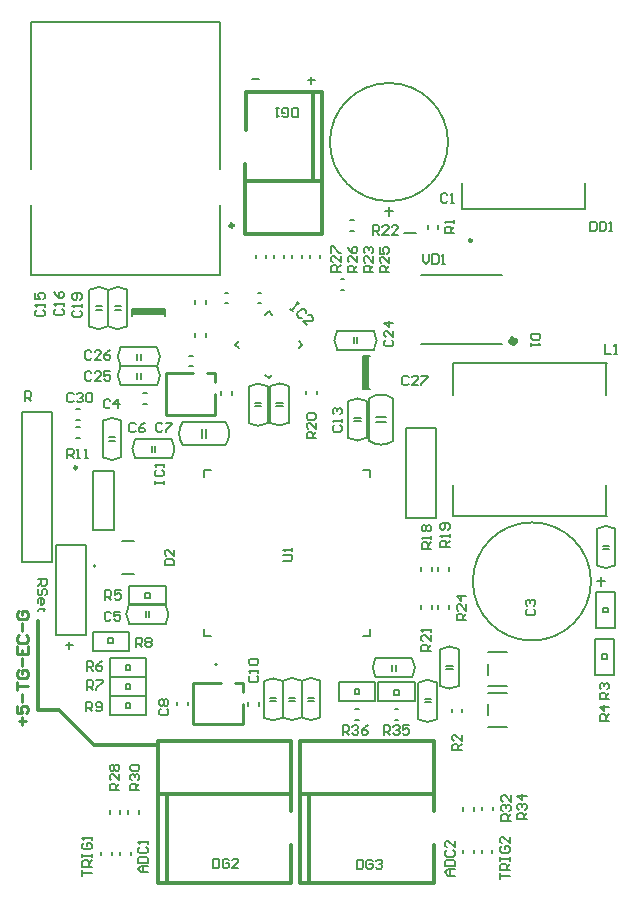
<source format=gto>
G04*
G04 #@! TF.GenerationSoftware,Altium Limited,Altium Designer,20.0.13 (296)*
G04*
G04 Layer_Color=65535*
%FSLAX44Y44*%
%MOMM*%
G71*
G01*
G75*
%ADD10C,0.1500*%
%ADD11C,0.2000*%
%ADD12C,0.2500*%
%ADD13C,0.6096*%
%ADD14C,0.3000*%
%ADD15C,0.2540*%
%ADD16C,0.1270*%
%ADD17C,0.1524*%
%ADD18C,0.1520*%
%ADD19R,0.5500X2.8000*%
%ADD20R,2.8001X0.5500*%
D10*
X350737Y141796D02*
G03*
X366650Y141900I7877J12168D01*
G01*
X366763Y172905D02*
G03*
X350850Y172800I-7877J-12168D01*
G01*
X329300Y413500D02*
G03*
X309316Y413576I-10047J-14270D01*
G01*
X309300Y377500D02*
G03*
X329284Y377424I10047J14270D01*
G01*
X291287Y380095D02*
G03*
X307200Y380200I7877J12168D01*
G01*
X307313Y411204D02*
G03*
X291400Y411100I-7877J-12168D01*
G01*
X345654Y177488D02*
G03*
X345550Y193400I-12168J7877D01*
G01*
X314545Y193512D02*
G03*
X314650Y177600I12168J-7877D01*
G01*
X385262Y201155D02*
G03*
X369350Y201050I-7877J-12168D01*
G01*
X369237Y170046D02*
G03*
X385150Y170150I7877J12168D01*
G01*
X251987Y143345D02*
G03*
X267900Y143450I7877J12168D01*
G01*
X268013Y174454D02*
G03*
X252100Y174350I-7877J-12168D01*
G01*
X235987Y143345D02*
G03*
X251900Y143450I7877J12168D01*
G01*
X252013Y174454D02*
G03*
X236100Y174350I-7877J-12168D01*
G01*
X219988Y143095D02*
G03*
X235900Y143200I7877J12168D01*
G01*
X236012Y174205D02*
G03*
X220100Y174100I-7877J-12168D01*
G01*
X137004Y222787D02*
G03*
X136900Y238700I-12168J7877D01*
G01*
X105895Y238813D02*
G03*
X106000Y222900I12168J-7877D01*
G01*
X142155Y362738D02*
G03*
X142050Y378650I-12168J7877D01*
G01*
X111046Y378763D02*
G03*
X111150Y362850I12168J-7877D01*
G01*
X187500Y373750D02*
G03*
X187576Y393734I-14270J10047D01*
G01*
X151500Y393750D02*
G03*
X151424Y373766I14270J-10047D01*
G01*
X282095Y470762D02*
G03*
X282200Y454850I12168J-7877D01*
G01*
X313204Y454738D02*
G03*
X313100Y470650I-12168J7877D01*
G01*
X223263Y423655D02*
G03*
X207350Y423550I-7877J-12168D01*
G01*
X207237Y392546D02*
G03*
X223150Y392650I7877J12168D01*
G01*
X129804Y424787D02*
G03*
X129700Y440700I-12168J7877D01*
G01*
X98695Y440812D02*
G03*
X98800Y424900I12168J-7877D01*
G01*
X129804Y440788D02*
G03*
X129700Y456700I-12168J7877D01*
G01*
X98695Y456813D02*
G03*
X98800Y440900I12168J-7877D01*
G01*
X104513Y505523D02*
G03*
X88600Y505419I-7877J-12168D01*
G01*
X88487Y474414D02*
G03*
X104400Y474519I7877J12168D01*
G01*
X88263Y505523D02*
G03*
X72350Y505419I-7877J-12168D01*
G01*
X72237Y474414D02*
G03*
X88150Y474519I7877J12168D01*
G01*
X99513Y394705D02*
G03*
X83600Y394600I-7877J-12168D01*
G01*
X83487Y363595D02*
G03*
X99400Y363700I7877J12168D01*
G01*
X241262Y423955D02*
G03*
X225350Y423850I-7877J-12168D01*
G01*
X225237Y392845D02*
G03*
X241150Y392950I7877J12168D01*
G01*
X501737Y272096D02*
G03*
X517650Y272200I7877J12168D01*
G01*
X517762Y303204D02*
G03*
X501850Y303100I-7877J-12168D01*
G01*
X356150Y156100D02*
X361450D01*
X356150Y158900D02*
X361450D01*
X366750Y142000D02*
Y172750D01*
X350750Y142000D02*
Y172750D01*
X329300Y377500D02*
Y413500D01*
X309300Y377500D02*
Y413500D01*
X315200Y393500D02*
X323300D01*
X315300Y397500D02*
X323300D01*
X307300Y380250D02*
Y411000D01*
X291300Y380250D02*
Y411000D01*
X296600Y394100D02*
X301900D01*
X296600Y396900D02*
X301900D01*
X283750Y157000D02*
X314500D01*
Y173000D01*
X283750D02*
X314500D01*
X283750Y157000D02*
Y173000D01*
X297000Y163000D02*
Y167250D01*
X301000D01*
Y163000D02*
Y167250D01*
X297000Y163000D02*
X301000D01*
X314750Y193500D02*
X345500D01*
X314750Y177500D02*
X345500D01*
X331650Y182800D02*
Y188100D01*
X328850Y182800D02*
Y188100D01*
X369250Y170250D02*
Y201000D01*
X385250Y170250D02*
Y201000D01*
X374650Y187150D02*
X379950D01*
X374650Y184350D02*
X379950D01*
X317000Y173000D02*
X347750D01*
X317000Y157000D02*
Y173000D01*
Y157000D02*
X347750D01*
Y173000D01*
X334500Y162750D02*
Y167000D01*
X330500Y162750D02*
X334500D01*
X330500D02*
Y167000D01*
X334500D01*
X268000Y143500D02*
Y174250D01*
X252000Y143500D02*
Y174250D01*
X257300Y157350D02*
X262600D01*
X257300Y160150D02*
X262600D01*
X252000Y143500D02*
Y174250D01*
X236000Y143500D02*
Y174250D01*
X241300Y157350D02*
X246600D01*
X241300Y160150D02*
X246600D01*
X236000Y143250D02*
Y174000D01*
X220000Y143250D02*
Y174000D01*
X225300Y157100D02*
X230600D01*
X225300Y159900D02*
X230600D01*
X89500Y193750D02*
X120250D01*
X89500Y177750D02*
Y193750D01*
Y177750D02*
X120250D01*
Y193750D01*
X107000Y183500D02*
Y187750D01*
X103000Y183500D02*
X107000D01*
X103000D02*
Y187750D01*
X107000D01*
X89500Y177500D02*
X120250D01*
X89500Y161500D02*
Y177500D01*
Y161500D02*
X120250D01*
Y177500D01*
X107000Y167250D02*
Y171500D01*
X103000Y167250D02*
X107000D01*
X103000D02*
Y171500D01*
X107000D01*
X89500Y161500D02*
X120250D01*
X89500Y145500D02*
Y161500D01*
Y145500D02*
X120250D01*
Y161500D01*
X107000Y151250D02*
Y155500D01*
X103000Y151250D02*
X107000D01*
X103000D02*
Y155500D01*
X107000D01*
X75250Y200000D02*
X106000D01*
Y216000D01*
X75250D02*
X106000D01*
X75250Y200000D02*
Y216000D01*
X88500Y206000D02*
Y210250D01*
X92500D01*
Y206000D02*
Y210250D01*
X88500Y206000D02*
X92500D01*
X106100Y255050D02*
X136850D01*
X106100Y239050D02*
Y255050D01*
Y239050D02*
X136850D01*
Y255050D01*
X123600Y244800D02*
Y249050D01*
X119600Y244800D02*
X123600D01*
X119600D02*
Y249050D01*
X123600D01*
X106100Y238800D02*
X136850D01*
X106100Y222800D02*
X136850D01*
X123000Y228100D02*
Y233400D01*
X120200Y228100D02*
Y233400D01*
X111250Y378750D02*
X142000D01*
X111250Y362750D02*
X142000D01*
X128150Y368050D02*
Y373350D01*
X125350Y368050D02*
Y373350D01*
X151500Y373750D02*
X187500D01*
X151500Y393750D02*
X187500D01*
X167500Y379750D02*
Y387850D01*
X171500Y379750D02*
Y387750D01*
X282250Y454750D02*
X313000D01*
X282250Y470750D02*
X313000D01*
X296100Y460150D02*
Y465450D01*
X298900Y460150D02*
Y465450D01*
X207250Y392750D02*
Y423500D01*
X223250Y392750D02*
Y423500D01*
X212650Y409650D02*
X217950D01*
X212650Y406850D02*
X217950D01*
X98900Y440800D02*
X129650D01*
X98900Y424800D02*
X129650D01*
X115800Y430100D02*
Y435400D01*
X113000Y430100D02*
Y435400D01*
X98900Y456800D02*
X129650D01*
X98900Y440800D02*
X129650D01*
X115800Y446100D02*
Y451400D01*
X113000Y446100D02*
Y451400D01*
X88500Y474618D02*
Y505369D01*
X104500Y474618D02*
Y505369D01*
X93900Y491519D02*
X99200D01*
X93900Y488719D02*
X99200D01*
X72250Y474618D02*
Y505369D01*
X88250Y474618D02*
Y505369D01*
X77650Y491519D02*
X82950D01*
X77650Y488719D02*
X82950D01*
X88800Y380400D02*
X94100D01*
X88800Y377600D02*
X94100D01*
X83500Y363750D02*
Y394500D01*
X99500Y363750D02*
Y394500D01*
X230550Y409650D02*
X235850D01*
X230550Y406850D02*
X235850D01*
X225250Y393000D02*
Y423750D01*
X241250Y393000D02*
Y423750D01*
X500750Y179250D02*
Y210000D01*
Y179250D02*
X516750D01*
Y210000D01*
X500750D02*
X516750D01*
X506750Y196750D02*
X511000D01*
Y192750D02*
Y196750D01*
X506750Y192750D02*
X511000D01*
X506750D02*
Y196750D01*
X517250Y219000D02*
Y249750D01*
X501250D02*
X517250D01*
X501250Y219000D02*
Y249750D01*
Y219000D02*
X517250D01*
X507000Y232250D02*
X511250D01*
X507000D02*
Y236250D01*
X511250D01*
Y232250D02*
Y236250D01*
X517750Y272250D02*
Y303000D01*
X501750Y272250D02*
Y303000D01*
X507050Y286100D02*
X512350D01*
X507050Y288900D02*
X512350D01*
D11*
X77500Y271500D02*
G03*
X77500Y271500I-1000J0D01*
G01*
X180750Y188150D02*
G03*
X180750Y188150I-1000J0D01*
G01*
X376000Y630500D02*
G03*
X376000Y630500I-50000J0D01*
G01*
X497000Y258500D02*
G03*
X497000Y258500I-50000J0D01*
G01*
X404750Y64750D02*
Y67750D01*
X413750Y64750D02*
Y67750D01*
X398000Y64500D02*
Y67500D01*
X389000Y64500D02*
Y67500D01*
X105250Y61750D02*
Y64750D01*
X114250Y61750D02*
Y64750D01*
X98500Y61750D02*
Y64750D01*
X89500Y61750D02*
Y64750D01*
X297250Y141500D02*
X300250D01*
X297250Y150500D02*
X300250D01*
X331000D02*
X334000D01*
X331000Y141500D02*
X334000D01*
X413500Y28250D02*
Y31250D01*
X404500Y28250D02*
Y31250D01*
X91500Y26750D02*
Y29750D01*
X82500Y26750D02*
Y29750D01*
X398000Y28250D02*
Y31250D01*
X389000Y28250D02*
Y31250D01*
X107500Y26750D02*
Y29750D01*
X98500Y26750D02*
Y29750D01*
X61000Y389000D02*
X64000D01*
X61000Y380000D02*
X64000D01*
X61000Y404250D02*
X64000D01*
X61000Y395250D02*
X64000D01*
X388000Y147750D02*
Y150750D01*
X379000Y147750D02*
Y150750D01*
X367500Y267500D02*
Y270500D01*
X376500Y267500D02*
Y270500D01*
X367500Y235250D02*
Y238250D01*
X376500Y235250D02*
Y238250D01*
X353500Y235250D02*
Y238250D01*
X362500Y235250D02*
Y238250D01*
X353500Y267500D02*
Y270500D01*
X362500Y267500D02*
Y270500D01*
X207000Y153250D02*
Y156250D01*
X216000Y153250D02*
Y156250D01*
X155750Y153750D02*
Y156750D01*
X146750Y153750D02*
Y156750D01*
X44050Y213500D02*
Y289700D01*
X69450Y213500D02*
Y289700D01*
X44050D02*
X69450D01*
X44050Y213500D02*
X69450D01*
X255750Y417000D02*
Y420000D01*
X264750Y417000D02*
Y420000D01*
X304000Y421750D02*
Y449750D01*
Y421750D02*
X310000D01*
X304000Y449750D02*
X310000D01*
X75500Y302250D02*
Y352250D01*
X93500Y302250D02*
Y352250D01*
X75500D02*
X93500D01*
X75500Y302250D02*
X93500D01*
X118000Y418000D02*
X121000D01*
X118000Y409000D02*
X121000D01*
X184000Y416750D02*
Y419750D01*
X193000Y416750D02*
Y419750D01*
X293250Y564500D02*
X296250D01*
X293250Y555500D02*
X296250D01*
X157000Y440500D02*
X160000D01*
X157000Y449500D02*
X160000D01*
X285250Y514250D02*
X288250D01*
X285250Y505250D02*
X288250D01*
X187000Y494000D02*
X190000D01*
X187000Y503000D02*
X190000D01*
X215000D02*
X218000D01*
X215000Y494000D02*
X218000D01*
X171000Y465750D02*
Y468750D01*
X162000Y465750D02*
Y468750D01*
Y493750D02*
Y496750D01*
X171000Y493750D02*
Y496750D01*
X108750Y489000D02*
X136750D01*
X108750Y483000D02*
Y489000D01*
X136750Y483000D02*
Y489000D01*
X237250Y532250D02*
Y535250D01*
X228250Y532250D02*
Y535250D01*
X222000Y532250D02*
Y535250D01*
X213000Y532250D02*
Y535250D01*
X268000Y532250D02*
Y535250D01*
X259000Y532250D02*
Y535250D01*
X252500Y532250D02*
Y535250D01*
X243500Y532250D02*
Y535250D01*
X340550Y312150D02*
X365950D01*
X340550Y388350D02*
X365950D01*
Y312150D02*
Y388350D01*
X340550Y312150D02*
Y388350D01*
X491750Y573750D02*
Y596250D01*
X387750Y573750D02*
X491750D01*
X387750D02*
Y596250D01*
X338750Y553500D02*
X348750D01*
X367750Y557250D02*
Y560250D01*
X358750Y557250D02*
Y560250D01*
X322500Y571750D02*
X329500D01*
X326000Y568250D02*
Y575250D01*
X505750Y255000D02*
Y262000D01*
X502250Y258500D02*
X509250D01*
X15050Y401750D02*
X40450D01*
Y274750D02*
Y401750D01*
X15050Y274750D02*
Y401750D01*
Y274750D02*
X40450D01*
X177087Y23749D02*
Y15751D01*
X181085D01*
X182418Y17084D01*
Y22416D01*
X181085Y23749D01*
X177087D01*
X190416Y22416D02*
X189083Y23749D01*
X186417D01*
X185084Y22416D01*
Y17084D01*
X186417Y15751D01*
X189083D01*
X190416Y17084D01*
Y19750D01*
X187750D01*
X198413Y15751D02*
X193082D01*
X198413Y21083D01*
Y22416D01*
X197080Y23749D01*
X194415D01*
X193082Y22416D01*
X121750Y12250D02*
X116418D01*
X113753Y14916D01*
X116418Y17582D01*
X121750D01*
X117751D01*
Y12250D01*
X113753Y20247D02*
X121750D01*
Y24246D01*
X120417Y25579D01*
X115085D01*
X113753Y24246D01*
Y20247D01*
X115085Y33576D02*
X113753Y32243D01*
Y29578D01*
X115085Y28245D01*
X120417D01*
X121750Y29578D01*
Y32243D01*
X120417Y33576D01*
X121750Y36242D02*
Y38908D01*
Y37575D01*
X113753D01*
X115085Y36242D01*
X66503Y9000D02*
Y14332D01*
Y11666D01*
X74500D01*
Y16997D02*
X66503D01*
Y20996D01*
X67835Y22329D01*
X70501D01*
X71834Y20996D01*
Y16997D01*
Y19663D02*
X74500Y22329D01*
X66503Y24995D02*
Y27661D01*
Y26328D01*
X74500D01*
Y24995D01*
Y27661D01*
X67835Y36991D02*
X66503Y35658D01*
Y32992D01*
X67835Y31659D01*
X73167D01*
X74500Y32992D01*
Y35658D01*
X73167Y36991D01*
X70501D01*
Y34325D01*
X74500Y39657D02*
Y42323D01*
Y40990D01*
X66503D01*
X67835Y39657D01*
X420253Y6250D02*
Y11582D01*
Y8916D01*
X428250D01*
Y14247D02*
X420253D01*
Y18246D01*
X421586Y19579D01*
X424251D01*
X425584Y18246D01*
Y14247D01*
Y16913D02*
X428250Y19579D01*
X420253Y22245D02*
Y24911D01*
Y23578D01*
X428250D01*
Y22245D01*
Y24911D01*
X421586Y34241D02*
X420253Y32908D01*
Y30242D01*
X421586Y28909D01*
X426917D01*
X428250Y30242D01*
Y32908D01*
X426917Y34241D01*
X424251D01*
Y31575D01*
X428250Y42238D02*
Y36907D01*
X422918Y42238D01*
X421586D01*
X420253Y40905D01*
Y38240D01*
X421586Y36907D01*
X55416Y207000D02*
Y201668D01*
X58082Y204334D02*
X52750D01*
X28500Y260250D02*
X36497D01*
Y256251D01*
X35164Y254918D01*
X32499D01*
X31166Y256251D01*
Y260250D01*
Y257584D02*
X28500Y254918D01*
X35164Y246921D02*
X36497Y248254D01*
Y250920D01*
X35164Y252253D01*
X33832D01*
X32499Y250920D01*
Y248254D01*
X31166Y246921D01*
X29833D01*
X28500Y248254D01*
Y250920D01*
X29833Y252253D01*
X28500Y240256D02*
Y242922D01*
X29833Y244255D01*
X32499D01*
X33832Y242922D01*
Y240256D01*
X32499Y238923D01*
X31166D01*
Y244255D01*
X35164Y234925D02*
X33832D01*
Y236258D01*
Y233592D01*
Y234925D01*
X29833D01*
X28500Y233592D01*
X215750Y683500D02*
X210418D01*
X260334Y680000D02*
Y685332D01*
X257668Y682666D02*
X263000D01*
X381500Y9500D02*
X376168D01*
X373503Y12166D01*
X376168Y14832D01*
X381500D01*
X377501D01*
Y9500D01*
X373503Y17497D02*
X381500D01*
Y21496D01*
X380167Y22829D01*
X374836D01*
X373503Y21496D01*
Y17497D01*
X374836Y30826D02*
X373503Y29494D01*
Y26828D01*
X374836Y25495D01*
X380167D01*
X381500Y26828D01*
Y29494D01*
X380167Y30826D01*
X381500Y38824D02*
Y33492D01*
X376168Y38824D01*
X374836D01*
X373503Y37491D01*
Y34825D01*
X374836Y33492D01*
X18000Y411500D02*
Y419497D01*
X21999D01*
X23332Y418164D01*
Y415499D01*
X21999Y414166D01*
X18000D01*
X20666D02*
X23332Y411500D01*
X286837Y128751D02*
Y136749D01*
X290835D01*
X292168Y135416D01*
Y132750D01*
X290835Y131417D01*
X286837D01*
X289503D02*
X292168Y128751D01*
X294834Y135416D02*
X296167Y136749D01*
X298833D01*
X300166Y135416D01*
Y134083D01*
X298833Y132750D01*
X297500D01*
X298833D01*
X300166Y131417D01*
Y130084D01*
X298833Y128751D01*
X296167D01*
X294834Y130084D01*
X308163Y136749D02*
X305497Y135416D01*
X302832Y132750D01*
Y130084D01*
X304165Y128751D01*
X306830D01*
X308163Y130084D01*
Y131417D01*
X306830Y132750D01*
X302832D01*
X321587Y128751D02*
Y136749D01*
X325586D01*
X326918Y135416D01*
Y132750D01*
X325586Y131417D01*
X321587D01*
X324253D02*
X326918Y128751D01*
X329584Y135416D02*
X330917Y136749D01*
X333583D01*
X334916Y135416D01*
Y134083D01*
X333583Y132750D01*
X332250D01*
X333583D01*
X334916Y131417D01*
Y130084D01*
X333583Y128751D01*
X330917D01*
X329584Y130084D01*
X342913Y136749D02*
X337582D01*
Y132750D01*
X340247Y134083D01*
X341580D01*
X342913Y132750D01*
Y130084D01*
X341580Y128751D01*
X338914D01*
X337582Y130084D01*
X298837Y22999D02*
Y15001D01*
X302836D01*
X304168Y16334D01*
Y21666D01*
X302836Y22999D01*
X298837D01*
X312166Y21666D02*
X310833Y22999D01*
X308167D01*
X306834Y21666D01*
Y16334D01*
X308167Y15001D01*
X310833D01*
X312166Y16334D01*
Y19000D01*
X309500D01*
X314832Y21666D02*
X316164Y22999D01*
X318830D01*
X320163Y21666D01*
Y20333D01*
X318830Y19000D01*
X317497D01*
X318830D01*
X320163Y17667D01*
Y16334D01*
X318830Y15001D01*
X316164D01*
X314832Y16334D01*
X248830Y651501D02*
Y659499D01*
X244832D01*
X243499Y658166D01*
Y652834D01*
X244832Y651501D01*
X248830D01*
X235501Y652834D02*
X236834Y651501D01*
X239500D01*
X240833Y652834D01*
Y658166D01*
X239500Y659499D01*
X236834D01*
X235501Y658166D01*
Y655500D01*
X238167D01*
X232835Y659499D02*
X230170D01*
X231502D01*
Y651501D01*
X232835Y652834D01*
X442749Y57087D02*
X434751D01*
Y61086D01*
X436084Y62418D01*
X438750D01*
X440083Y61086D01*
Y57087D01*
Y59753D02*
X442749Y62418D01*
X436084Y65084D02*
X434751Y66417D01*
Y69083D01*
X436084Y70416D01*
X437417D01*
X438750Y69083D01*
Y67750D01*
Y69083D01*
X440083Y70416D01*
X441416D01*
X442749Y69083D01*
Y66417D01*
X441416Y65084D01*
X442749Y77080D02*
X434751D01*
X438750Y73082D01*
Y78413D01*
X429249Y56087D02*
X421251D01*
Y60086D01*
X422584Y61418D01*
X425250D01*
X426583Y60086D01*
Y56087D01*
Y58753D02*
X429249Y61418D01*
X422584Y64084D02*
X421251Y65417D01*
Y68083D01*
X422584Y69416D01*
X423917D01*
X425250Y68083D01*
Y66750D01*
Y68083D01*
X426583Y69416D01*
X427916D01*
X429249Y68083D01*
Y65417D01*
X427916Y64084D01*
X429249Y77413D02*
Y72082D01*
X423917Y77413D01*
X422584D01*
X421251Y76080D01*
Y73415D01*
X422584Y72082D01*
X114749Y82087D02*
X106751D01*
Y86086D01*
X108084Y87418D01*
X110750D01*
X112083Y86086D01*
Y82087D01*
Y84753D02*
X114749Y87418D01*
X108084Y90084D02*
X106751Y91417D01*
Y94083D01*
X108084Y95416D01*
X109417D01*
X110750Y94083D01*
Y92750D01*
Y94083D01*
X112083Y95416D01*
X113416D01*
X114749Y94083D01*
Y91417D01*
X113416Y90084D01*
X108084Y98082D02*
X106751Y99415D01*
Y102080D01*
X108084Y103413D01*
X113416D01*
X114749Y102080D01*
Y99415D01*
X113416Y98082D01*
X108084D01*
X97499Y82087D02*
X89501D01*
Y86086D01*
X90834Y87418D01*
X93500D01*
X94833Y86086D01*
Y82087D01*
Y84753D02*
X97499Y87418D01*
Y95416D02*
Y90084D01*
X92167Y95416D01*
X90834D01*
X89501Y94083D01*
Y91417D01*
X90834Y90084D01*
Y98082D02*
X89501Y99415D01*
Y102080D01*
X90834Y103413D01*
X92167D01*
X93500Y102080D01*
X94833Y103413D01*
X96166D01*
X97499Y102080D01*
Y99415D01*
X96166Y98082D01*
X94833D01*
X93500Y99415D01*
X92167Y98082D01*
X90834D01*
X93500Y99415D02*
Y102080D01*
X58918Y416916D02*
X57586Y418249D01*
X54920D01*
X53587Y416916D01*
Y411584D01*
X54920Y410251D01*
X57586D01*
X58918Y411584D01*
X61584Y416916D02*
X62917Y418249D01*
X65583D01*
X66916Y416916D01*
Y415583D01*
X65583Y414250D01*
X64250D01*
X65583D01*
X66916Y412917D01*
Y411584D01*
X65583Y410251D01*
X62917D01*
X61584Y411584D01*
X69582Y416916D02*
X70915Y418249D01*
X73580D01*
X74913Y416916D01*
Y411584D01*
X73580Y410251D01*
X70915D01*
X69582Y411584D01*
Y416916D01*
X53586Y363001D02*
Y370999D01*
X57585D01*
X58918Y369666D01*
Y367000D01*
X57585Y365667D01*
X53586D01*
X56252D02*
X58918Y363001D01*
X61583D02*
X64249D01*
X62916D01*
Y370999D01*
X61583Y369666D01*
X68248Y363001D02*
X70914D01*
X69581D01*
Y370999D01*
X68248Y369666D01*
X236251Y275968D02*
X242916D01*
X244249Y277301D01*
Y279967D01*
X242916Y281300D01*
X236251D01*
X244249Y283966D02*
Y286632D01*
Y285299D01*
X236251D01*
X237584Y283966D01*
X284999Y520837D02*
X277001D01*
Y524836D01*
X278334Y526168D01*
X281000D01*
X282333Y524836D01*
Y520837D01*
Y523503D02*
X284999Y526168D01*
Y534166D02*
Y528834D01*
X279667Y534166D01*
X278334D01*
X277001Y532833D01*
Y530167D01*
X278334Y528834D01*
X277001Y536832D02*
Y542163D01*
X278334D01*
X283666Y536832D01*
X284999D01*
X298999Y520587D02*
X291001D01*
Y524585D01*
X292334Y525918D01*
X295000D01*
X296333Y524585D01*
Y520587D01*
Y523253D02*
X298999Y525918D01*
Y533916D02*
Y528584D01*
X293667Y533916D01*
X292334D01*
X291001Y532583D01*
Y529917D01*
X292334Y528584D01*
X291001Y541913D02*
X292334Y539248D01*
X295000Y536582D01*
X297666D01*
X298999Y537915D01*
Y540580D01*
X297666Y541913D01*
X296333D01*
X295000Y540580D01*
Y536582D01*
X325999Y520087D02*
X318001D01*
Y524086D01*
X319334Y525418D01*
X322000D01*
X323333Y524086D01*
Y520087D01*
Y522753D02*
X325999Y525418D01*
Y533416D02*
Y528084D01*
X320667Y533416D01*
X319334D01*
X318001Y532083D01*
Y529417D01*
X319334Y528084D01*
X318001Y541413D02*
Y536082D01*
X322000D01*
X320667Y538747D01*
Y540080D01*
X322000Y541413D01*
X324666D01*
X325999Y540080D01*
Y537415D01*
X324666Y536082D01*
X391249Y225837D02*
X383251D01*
Y229835D01*
X384584Y231168D01*
X387250D01*
X388583Y229835D01*
Y225837D01*
Y228503D02*
X391249Y231168D01*
Y239166D02*
Y233834D01*
X385917Y239166D01*
X384584D01*
X383251Y237833D01*
Y235167D01*
X384584Y233834D01*
X391249Y245830D02*
X383251D01*
X387250Y241832D01*
Y247163D01*
X312749Y520337D02*
X304751D01*
Y524336D01*
X306084Y525668D01*
X308750D01*
X310083Y524336D01*
Y520337D01*
Y523003D02*
X312749Y525668D01*
Y533666D02*
Y528334D01*
X307417Y533666D01*
X306084D01*
X304751Y532333D01*
Y529667D01*
X306084Y528334D01*
Y536332D02*
X304751Y537665D01*
Y540330D01*
X306084Y541663D01*
X307417D01*
X308750Y540330D01*
Y538997D01*
Y540330D01*
X310083Y541663D01*
X311416D01*
X312749Y540330D01*
Y537665D01*
X311416Y536332D01*
X312337Y552251D02*
Y560249D01*
X316336D01*
X317668Y558916D01*
Y556250D01*
X316336Y554917D01*
X312337D01*
X315002D02*
X317668Y552251D01*
X325666D02*
X320334D01*
X325666Y557583D01*
Y558916D01*
X324333Y560249D01*
X321667D01*
X320334Y558916D01*
X333663Y552251D02*
X328332D01*
X333663Y557583D01*
Y558916D01*
X332330Y560249D01*
X329664D01*
X328332Y558916D01*
X361499Y199670D02*
X353501D01*
Y203668D01*
X354834Y205001D01*
X357500D01*
X358833Y203668D01*
Y199670D01*
Y202335D02*
X361499Y205001D01*
Y212999D02*
Y207667D01*
X356167Y212999D01*
X354834D01*
X353501Y211666D01*
Y209000D01*
X354834Y207667D01*
X361499Y215665D02*
Y218330D01*
Y216997D01*
X353501D01*
X354834Y215665D01*
X264249Y379587D02*
X256251D01*
Y383586D01*
X257584Y384918D01*
X260250D01*
X261583Y383586D01*
Y379587D01*
Y382253D02*
X264249Y384918D01*
Y392916D02*
Y387584D01*
X258917Y392916D01*
X257584D01*
X256251Y391583D01*
Y388917D01*
X257584Y387584D01*
Y395582D02*
X256251Y396914D01*
Y399580D01*
X257584Y400913D01*
X262916D01*
X264249Y399580D01*
Y396914D01*
X262916Y395582D01*
X257584D01*
X377249Y287753D02*
X369251D01*
Y291752D01*
X370584Y293085D01*
X373250D01*
X374583Y291752D01*
Y287753D01*
Y290419D02*
X377249Y293085D01*
Y295751D02*
Y298417D01*
Y297084D01*
X369251D01*
X370584Y295751D01*
X375916Y302415D02*
X377249Y303748D01*
Y306414D01*
X375916Y307747D01*
X370584D01*
X369251Y306414D01*
Y303748D01*
X370584Y302415D01*
X371917D01*
X373250Y303748D01*
Y307747D01*
X361749Y286253D02*
X353751D01*
Y290252D01*
X355084Y291585D01*
X357750D01*
X359083Y290252D01*
Y286253D01*
Y288919D02*
X361749Y291585D01*
Y294251D02*
Y296916D01*
Y295584D01*
X353751D01*
X355084Y294251D01*
Y300915D02*
X353751Y302248D01*
Y304914D01*
X355084Y306247D01*
X356417D01*
X357750Y304914D01*
X359083Y306247D01*
X360416D01*
X361749Y304914D01*
Y302248D01*
X360416Y300915D01*
X359083D01*
X357750Y302248D01*
X356417Y300915D01*
X355084D01*
X357750Y302248D02*
Y304914D01*
X69585Y148501D02*
Y156499D01*
X73584D01*
X74917Y155166D01*
Y152500D01*
X73584Y151167D01*
X69585D01*
X72251D02*
X74917Y148501D01*
X77583Y149834D02*
X78916Y148501D01*
X81582D01*
X82914Y149834D01*
Y155166D01*
X81582Y156499D01*
X78916D01*
X77583Y155166D01*
Y153833D01*
X78916Y152500D01*
X82914D01*
X111835Y203001D02*
Y210999D01*
X115834D01*
X117167Y209666D01*
Y207000D01*
X115834Y205667D01*
X111835D01*
X114501D02*
X117167Y203001D01*
X119833Y209666D02*
X121166Y210999D01*
X123832D01*
X125164Y209666D01*
Y208333D01*
X123832Y207000D01*
X125164Y205667D01*
Y204334D01*
X123832Y203001D01*
X121166D01*
X119833Y204334D01*
Y205667D01*
X121166Y207000D01*
X119833Y208333D01*
Y209666D01*
X121166Y207000D02*
X123832D01*
X70335Y166751D02*
Y174749D01*
X74334D01*
X75667Y173416D01*
Y170750D01*
X74334Y169417D01*
X70335D01*
X73001D02*
X75667Y166751D01*
X78333Y174749D02*
X83665D01*
Y173416D01*
X78333Y168084D01*
Y166751D01*
X70086Y183001D02*
Y190999D01*
X74084D01*
X75417Y189666D01*
Y187000D01*
X74084Y185667D01*
X70086D01*
X72751D02*
X75417Y183001D01*
X83414Y190999D02*
X80749Y189666D01*
X78083Y187000D01*
Y184334D01*
X79416Y183001D01*
X82082D01*
X83414Y184334D01*
Y185667D01*
X82082Y187000D01*
X78083D01*
X85685Y243051D02*
Y251049D01*
X89684D01*
X91017Y249716D01*
Y247050D01*
X89684Y245717D01*
X85685D01*
X88351D02*
X91017Y243051D01*
X99015Y251049D02*
X93683D01*
Y247050D01*
X96349Y248383D01*
X97682D01*
X99015Y247050D01*
Y244384D01*
X97682Y243051D01*
X95016D01*
X93683Y244384D01*
X387499Y115585D02*
X379501D01*
Y119584D01*
X380834Y120917D01*
X383500D01*
X384833Y119584D01*
Y115585D01*
Y118251D02*
X387499Y120917D01*
Y128914D02*
Y123583D01*
X382167Y128914D01*
X380834D01*
X379501Y127582D01*
Y124916D01*
X380834Y123583D01*
X248259Y495146D02*
X250144Y493261D01*
X249201Y494204D01*
X243546Y488549D01*
X242604Y489491D01*
X244489Y487606D01*
X255799Y485721D02*
Y487606D01*
X253914Y489491D01*
X252029Y489491D01*
X248259Y485721D01*
Y483836D01*
X250144Y481951D01*
X252029Y481951D01*
X256741Y475354D02*
X252971Y479124D01*
X260511D01*
X261454Y480066D01*
Y481951D01*
X259569Y483836D01*
X257684Y483836D01*
X127501Y340836D02*
Y343502D01*
Y342169D01*
X135499D01*
Y340836D01*
Y343502D01*
X128834Y352832D02*
X127501Y351499D01*
Y348834D01*
X128834Y347501D01*
X134166D01*
X135499Y348834D01*
Y351499D01*
X134166Y352832D01*
X135499Y355498D02*
Y358164D01*
Y356831D01*
X127501D01*
X128834Y355498D01*
X136001Y272085D02*
X143999D01*
Y276084D01*
X142666Y277417D01*
X137334D01*
X136001Y276084D01*
Y272085D01*
X143999Y285415D02*
Y280083D01*
X138667Y285415D01*
X137334D01*
X136001Y284082D01*
Y281416D01*
X137334Y280083D01*
X342668Y431416D02*
X341335Y432749D01*
X338670D01*
X337337Y431416D01*
Y426084D01*
X338670Y424751D01*
X341335D01*
X342668Y426084D01*
X350666Y424751D02*
X345334D01*
X350666Y430083D01*
Y431416D01*
X349333Y432749D01*
X346667D01*
X345334Y431416D01*
X353332Y432749D02*
X358663D01*
Y431416D01*
X353332Y426084D01*
Y424751D01*
X74068Y452966D02*
X72736Y454299D01*
X70070D01*
X68737Y452966D01*
Y447634D01*
X70070Y446301D01*
X72736D01*
X74068Y447634D01*
X82066Y446301D02*
X76734D01*
X82066Y451633D01*
Y452966D01*
X80733Y454299D01*
X78067D01*
X76734Y452966D01*
X90063Y454299D02*
X87397Y452966D01*
X84732Y450300D01*
Y447634D01*
X86065Y446301D01*
X88730D01*
X90063Y447634D01*
Y448967D01*
X88730Y450300D01*
X84732D01*
X74068Y434966D02*
X72736Y436299D01*
X70070D01*
X68737Y434966D01*
Y429634D01*
X70070Y428301D01*
X72736D01*
X74068Y429634D01*
X82066Y428301D02*
X76734D01*
X82066Y433633D01*
Y434966D01*
X80733Y436299D01*
X78067D01*
X76734Y434966D01*
X90063Y436299D02*
X84732D01*
Y432300D01*
X87397Y433633D01*
X88730D01*
X90063Y432300D01*
Y429634D01*
X88730Y428301D01*
X86065D01*
X84732Y429634D01*
X323084Y462918D02*
X321751Y461586D01*
Y458920D01*
X323084Y457587D01*
X328416D01*
X329749Y458920D01*
Y461586D01*
X328416Y462918D01*
X329749Y470916D02*
Y465584D01*
X324417Y470916D01*
X323084D01*
X321751Y469583D01*
Y466917D01*
X323084Y465584D01*
X329749Y477580D02*
X321751D01*
X325750Y473582D01*
Y478913D01*
X59334Y487835D02*
X58001Y486502D01*
Y483836D01*
X59334Y482503D01*
X64666D01*
X65999Y483836D01*
Y486502D01*
X64666Y487835D01*
X65999Y490501D02*
Y493167D01*
Y491834D01*
X58001D01*
X59334Y490501D01*
X64666Y497165D02*
X65999Y498498D01*
Y501164D01*
X64666Y502497D01*
X59334D01*
X58001Y501164D01*
Y498498D01*
X59334Y497165D01*
X60667D01*
X62000Y498498D01*
Y502497D01*
X43834Y489203D02*
X42501Y487870D01*
Y485205D01*
X43834Y483872D01*
X49166D01*
X50499Y485205D01*
Y487870D01*
X49166Y489203D01*
X50499Y491869D02*
Y494535D01*
Y493202D01*
X42501D01*
X43834Y491869D01*
X42501Y503865D02*
X43834Y501199D01*
X46500Y498534D01*
X49166D01*
X50499Y499867D01*
Y502532D01*
X49166Y503865D01*
X47833D01*
X46500Y502532D01*
Y498534D01*
X27834Y488203D02*
X26501Y486870D01*
Y484205D01*
X27834Y482872D01*
X33166D01*
X34499Y484205D01*
Y486870D01*
X33166Y488203D01*
X34499Y490869D02*
Y493535D01*
Y492202D01*
X26501D01*
X27834Y490869D01*
X26501Y502865D02*
Y497534D01*
X30500D01*
X29167Y500200D01*
Y501533D01*
X30500Y502865D01*
X33166D01*
X34499Y501533D01*
Y498867D01*
X33166Y497534D01*
X279584Y390585D02*
X278251Y389252D01*
Y386586D01*
X279584Y385253D01*
X284916D01*
X286249Y386586D01*
Y389252D01*
X284916Y390585D01*
X286249Y393251D02*
Y395916D01*
Y394584D01*
X278251D01*
X279584Y393251D01*
Y399915D02*
X278251Y401248D01*
Y403914D01*
X279584Y405247D01*
X280917D01*
X282250Y403914D01*
Y402581D01*
Y403914D01*
X283583Y405247D01*
X284916D01*
X286249Y403914D01*
Y401248D01*
X284916Y399915D01*
X208584Y178585D02*
X207251Y177252D01*
Y174586D01*
X208584Y173253D01*
X213916D01*
X215249Y174586D01*
Y177252D01*
X213916Y178585D01*
X215249Y181251D02*
Y183916D01*
Y182584D01*
X207251D01*
X208584Y181251D01*
Y187915D02*
X207251Y189248D01*
Y191914D01*
X208584Y193247D01*
X213916D01*
X215249Y191914D01*
Y189248D01*
X213916Y187915D01*
X208584D01*
X132584Y150667D02*
X131251Y149334D01*
Y146668D01*
X132584Y145336D01*
X137916D01*
X139249Y146668D01*
Y149334D01*
X137916Y150667D01*
X132584Y153333D02*
X131251Y154666D01*
Y157332D01*
X132584Y158665D01*
X133917D01*
X135250Y157332D01*
X136583Y158665D01*
X137916D01*
X139249Y157332D01*
Y154666D01*
X137916Y153333D01*
X136583D01*
X135250Y154666D01*
X133917Y153333D01*
X132584D01*
X135250Y154666D02*
Y157332D01*
X134167Y391666D02*
X132834Y392999D01*
X130168D01*
X128835Y391666D01*
Y386334D01*
X130168Y385001D01*
X132834D01*
X134167Y386334D01*
X136833Y392999D02*
X142164D01*
Y391666D01*
X136833Y386334D01*
Y385001D01*
X111417Y391416D02*
X110084Y392749D01*
X107418D01*
X106086Y391416D01*
Y386084D01*
X107418Y384751D01*
X110084D01*
X111417Y386084D01*
X119415Y392749D02*
X116749Y391416D01*
X114083Y388750D01*
Y386084D01*
X115416Y384751D01*
X118082D01*
X119415Y386084D01*
Y387417D01*
X118082Y388750D01*
X114083D01*
X90517Y231716D02*
X89184Y233049D01*
X86518D01*
X85185Y231716D01*
Y226384D01*
X86518Y225051D01*
X89184D01*
X90517Y226384D01*
X98514Y233049D02*
X93183D01*
Y229050D01*
X95849Y230383D01*
X97182D01*
X98514Y229050D01*
Y226384D01*
X97182Y225051D01*
X94516D01*
X93183Y226384D01*
X90070Y411623D02*
X88737Y412955D01*
X86071D01*
X84738Y411623D01*
Y406291D01*
X86071Y404958D01*
X88737D01*
X90070Y406291D01*
X96734Y404958D02*
Y412955D01*
X92735Y408957D01*
X98067D01*
X381249Y553668D02*
X373251D01*
Y557667D01*
X374584Y559000D01*
X377250D01*
X378583Y557667D01*
Y553668D01*
Y556334D02*
X381249Y559000D01*
Y561666D02*
Y564332D01*
Y562999D01*
X373251D01*
X374584Y561666D01*
X354670Y535499D02*
Y530167D01*
X357336Y527501D01*
X360001Y530167D01*
Y535499D01*
X362667D02*
Y527501D01*
X366666D01*
X367999Y528834D01*
Y534166D01*
X366666Y535499D01*
X362667D01*
X370664Y527501D02*
X373330D01*
X371997D01*
Y535499D01*
X370664Y534166D01*
X512249Y140585D02*
X504251D01*
Y144584D01*
X505584Y145917D01*
X508250D01*
X509583Y144584D01*
Y140585D01*
Y143251D02*
X512249Y145917D01*
Y152582D02*
X504251D01*
X508250Y148583D01*
Y153914D01*
X512249Y159086D02*
X504251D01*
Y163084D01*
X505584Y164417D01*
X508250D01*
X509583Y163084D01*
Y159086D01*
Y161751D02*
X512249Y164417D01*
X505584Y167083D02*
X504251Y168416D01*
Y171082D01*
X505584Y172414D01*
X506917D01*
X508250Y171082D01*
Y169749D01*
Y171082D01*
X509583Y172414D01*
X510916D01*
X512249Y171082D01*
Y168416D01*
X510916Y167083D01*
X508668Y459499D02*
Y451501D01*
X514000D01*
X516666D02*
X519332D01*
X517999D01*
Y459499D01*
X516666Y458166D01*
X443084Y235167D02*
X441751Y233834D01*
Y231168D01*
X443084Y229835D01*
X448416D01*
X449749Y231168D01*
Y233834D01*
X448416Y235167D01*
X443084Y237833D02*
X441751Y239166D01*
Y241832D01*
X443084Y243165D01*
X444417D01*
X445750Y241832D01*
Y240499D01*
Y241832D01*
X447083Y243165D01*
X448416D01*
X449749Y241832D01*
Y239166D01*
X448416Y237833D01*
X375500Y585916D02*
X374167Y587249D01*
X371501D01*
X370168Y585916D01*
Y580584D01*
X371501Y579251D01*
X374167D01*
X375500Y580584D01*
X378166Y579251D02*
X380832D01*
X379499D01*
Y587249D01*
X378166Y585916D01*
X496420Y563249D02*
Y555251D01*
X500418D01*
X501751Y556584D01*
Y561916D01*
X500418Y563249D01*
X496420D01*
X504417D02*
Y555251D01*
X508416D01*
X509749Y556584D01*
Y561916D01*
X508416Y563249D01*
X504417D01*
X512415Y555251D02*
X515080D01*
X513747D01*
Y563249D01*
X512415Y561916D01*
X454249Y468332D02*
X446251D01*
Y464333D01*
X447584Y463000D01*
X452916D01*
X454249Y464333D01*
Y468332D01*
X446251Y460334D02*
Y457668D01*
Y459001D01*
X454249D01*
X452916Y460334D01*
D12*
X61750Y354800D02*
G03*
X61750Y354800I-1250J0D01*
G01*
X396250Y547250D02*
G03*
X396250Y547250I-1250J0D01*
G01*
D13*
X432430Y462080D02*
G03*
X432430Y462080I-1500J0D01*
G01*
D14*
X194250Y560000D02*
G03*
X194250Y560000I-1500J0D01*
G01*
X243280Y3500D02*
Y35250D01*
X130250Y3500D02*
X243280D01*
Y64460D02*
Y123500D01*
X137870Y3500D02*
Y78430D01*
X130250D02*
X243280D01*
X130250Y123500D02*
X243280D01*
X130250Y3500D02*
Y123500D01*
X28750Y149250D02*
Y224750D01*
Y149250D02*
X46500Y149250D01*
X76000Y119750D02*
X130250D01*
X46500Y149250D02*
X76000Y119750D01*
X251000Y3500D02*
Y123500D01*
X364030D01*
X251000Y78430D02*
X364030D01*
X258620Y3500D02*
Y78430D01*
X364030Y64460D02*
Y123500D01*
X251000Y3500D02*
X364030D01*
Y35250D01*
X269500Y552500D02*
Y672500D01*
X204500Y552500D02*
X269500D01*
X204730Y597570D02*
X269500D01*
X261880D02*
Y672500D01*
X204500Y552500D02*
Y611540D01*
X204730Y672500D02*
X269500D01*
X204730Y640750D02*
Y672500D01*
D15*
X160488Y172636D02*
X183602D01*
X160488Y137584D02*
Y172636D01*
Y137584D02*
X202398D01*
Y154856D01*
X195540Y172636D02*
X202398D01*
Y165270D02*
Y172636D01*
X136988Y434636D02*
X160102D01*
X136988Y399584D02*
Y434636D01*
Y399584D02*
X178898D01*
Y416856D01*
X172040Y434636D02*
X178898D01*
Y427270D02*
Y434636D01*
X15712Y136790D02*
Y143455D01*
X12379Y140122D02*
X19044D01*
X10713Y153451D02*
Y146787D01*
X15712D01*
X14045Y150119D01*
Y151785D01*
X15712Y153451D01*
X19044D01*
X20710Y151785D01*
Y148453D01*
X19044Y146787D01*
X15712Y156784D02*
Y163448D01*
X10713Y166780D02*
Y173445D01*
Y170113D01*
X20710D01*
X12379Y183442D02*
X10713Y181775D01*
Y178443D01*
X12379Y176777D01*
X19044D01*
X20710Y178443D01*
Y181775D01*
X19044Y183442D01*
X15712D01*
Y180109D01*
Y186774D02*
Y193438D01*
X10713Y203435D02*
Y196771D01*
X20710D01*
Y203435D01*
X15712Y196771D02*
Y200103D01*
X12379Y213432D02*
X10713Y211766D01*
Y208434D01*
X12379Y206768D01*
X19044D01*
X20710Y208434D01*
Y211766D01*
X19044Y213432D01*
X15712Y216764D02*
Y223429D01*
X12379Y233426D02*
X10713Y231759D01*
Y228427D01*
X12379Y226761D01*
X19044D01*
X20710Y228427D01*
Y231759D01*
X19044Y233426D01*
X15712D01*
Y230093D01*
D16*
X99750Y292500D02*
X109750D01*
X99750Y264500D02*
X109750D01*
X221419Y484366D02*
X224262Y487209D01*
X224347D01*
X227147Y484408D01*
X195970Y458959D02*
X198770Y461760D01*
X195970Y458875D02*
X198813Y456032D01*
X249774Y456082D02*
X252574Y458882D01*
X249732Y461809D02*
X252574Y458966D01*
X221405Y433412D02*
X224205Y430611D01*
X224290Y430612D02*
X227132Y433454D01*
X169750Y212550D02*
X175150D01*
X304350D02*
X309750D01*
X169750Y352550D02*
X175150D01*
X304350D02*
X309750D01*
X169750Y212550D02*
Y217950D01*
X309750Y212550D02*
Y217950D01*
X169750Y347150D02*
Y352550D01*
X309750Y347150D02*
Y352550D01*
X353450Y459550D02*
X422050D01*
X353450Y517950D02*
X422050D01*
X182750Y518200D02*
Y577000D01*
Y608000D02*
Y732200D01*
X22750Y518200D02*
Y577000D01*
Y608000D02*
Y732200D01*
X182750D01*
X22750Y518200D02*
X182750D01*
D17*
X410000Y179500D02*
Y189000D01*
X409800Y169750D02*
X426000D01*
X409900Y198720D02*
X426100D01*
X409750Y145250D02*
Y154750D01*
X409550Y135500D02*
X425750D01*
X409650Y164470D02*
X425850D01*
X380250Y313500D02*
X510250D01*
X380250Y443500D02*
X510250D01*
D18*
X510020Y313500D02*
Y340400D01*
Y313500D02*
X510250D01*
X510020Y416600D02*
Y443500D01*
X510250D01*
X380480Y313500D02*
Y340400D01*
X380250Y313500D02*
X380480D01*
Y416600D02*
Y443500D01*
X380250D02*
X380480D01*
X380250D02*
X380480D01*
D19*
X306750Y435750D02*
D03*
D20*
X122750Y486251D02*
D03*
M02*

</source>
